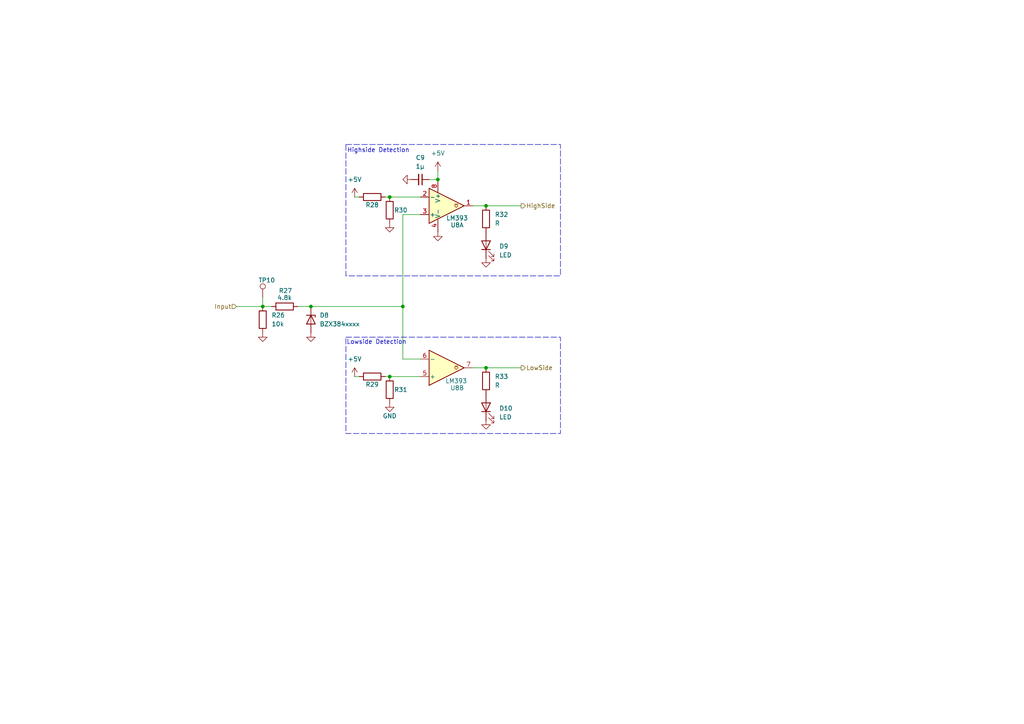
<source format=kicad_sch>
(kicad_sch (version 20250114) (generator "eeschema") (generator_version "9.0")
  (paper "A4")
  (lib_symbols
    (symbol "Comparator:LM393" (pin_names (offset 0.127))
      (property "Reference" "U" (at 3.81 3.81 0))
      (property "Value" "LM393" (at 6.35 -3.81 0))
      (symbol "LM393_1_1"
        (polyline (pts (xy -5.08 5.08) (xy 5.08 0) (xy -5.08 -5.08) (xy -5.08 5.08)) (stroke (width 0.254)) (fill (type background)))
        (polyline (pts (xy 3.302 -0.508) (xy 2.794 -0.508) (xy 3.302 0) (xy 2.794 0.508) (xy 2.286 0) (xy 2.794 -0.508) (xy 2.286 -0.508)) (stroke (width 0.127)))
        (pin input line (at -7.62 2.54 0) (length 2.54) (name "+") (number "3"))
        (pin input line (at -7.62 -2.54 0) (length 2.54) (name "-") (number "2"))
        (pin open_collector line (at 7.62 0 180) (length 2.54) (name "~") (number "1"))
      )
      (symbol "LM393_2_1"
        (polyline (pts (xy -5.08 5.08) (xy 5.08 0) (xy -5.08 -5.08) (xy -5.08 5.08)) (stroke (width 0.254)) (fill (type background)))
        (polyline (pts (xy 3.302 -0.508) (xy 2.794 -0.508) (xy 3.302 0) (xy 2.794 0.508) (xy 2.286 0) (xy 2.794 -0.508) (xy 2.286 -0.508)) (stroke (width 0.127)))
        (pin input line (at -7.62 2.54 0) (length 2.54) (name "+") (number "5"))
        (pin input line (at -7.62 -2.54 0) (length 2.54) (name "-") (number "6"))
        (pin open_collector line (at 7.62 0 180) (length 2.54) (name "~") (number "7"))
      )
      (symbol "LM393_3_1"
        (pin power_in line (at -2.54 7.62 270) (length 3.81) (name "V+") (number "8"))
        (pin power_in line (at -2.54 -7.62 90) (length 3.81) (name "V-") (number "4"))
      )
    )
    (symbol "Connector:TestPoint" (pin_numbers (hide yes)) (pin_names (offset 0.762) (hide yes))
      (property "Reference" "TP" (at 0 6.858 0))
      (property "Value" "TestPoint" (at 0 5.08 0))
      (symbol "TestPoint_0_1"
        (circle (center 0 3.302) (radius 0.762))
      )
      (symbol "TestPoint_1_1"
        (pin passive line (at 0 0 90) (length 2.54) (name "1") (number "1"))
      )
    )
    (symbol "Device:C_Small" (pin_numbers (hide yes)) (pin_names (offset 0.254) (hide yes))
      (property "Reference" "C" (at 0.254 1.778 0))
      (property "Value" "C_Small" (at 0.254 -2.032 0))
      (symbol "C_Small_0_1"
        (polyline (pts (xy -1.524 0.508) (xy 1.524 0.508)) (stroke (width 0.3048)))
        (polyline (pts (xy -1.524 -0.508) (xy 1.524 -0.508)) (stroke (width 0.3302)))
      )
      (symbol "C_Small_1_1"
        (pin passive line (at 0 2.54 270) (length 2.032) (name "~") (number "1"))
        (pin passive line (at 0 -2.54 90) (length 2.032) (name "~") (number "2"))
      )
    )
    (symbol "Device:LED" (pin_numbers (hide yes)) (pin_names (offset 1.016) (hide yes))
      (property "Reference" "D" (at 0 2.54 0))
      (property "Value" "LED" (at 0 -2.54 0))
      (symbol "LED_0_1"
        (polyline (pts (xy -3.048 -0.762) (xy -4.572 -2.286) (xy -3.81 -2.286) (xy -4.572 -2.286) (xy -4.572 -1.524)))
        (polyline (pts (xy -1.778 -0.762) (xy -3.302 -2.286) (xy -2.54 -2.286) (xy -3.302 -2.286) (xy -3.302 -1.524)))
        (polyline (pts (xy -1.27 0) (xy 1.27 0)))
        (polyline (pts (xy -1.27 -1.27) (xy -1.27 1.27)) (stroke (width 0.254)))
        (polyline (pts (xy 1.27 -1.27) (xy 1.27 1.27) (xy -1.27 0) (xy 1.27 -1.27)) (stroke (width 0.254)))
      )
      (symbol "LED_1_1"
        (pin passive line (at -3.81 0 0) (length 2.54) (name "K") (number "1"))
        (pin passive line (at 3.81 0 180) (length 2.54) (name "A") (number "2"))
      )
    )
    (symbol "Device:R" (pin_numbers (hide yes)) (pin_names (offset 0))
      (property "Reference" "R" (at 2.032 0 90))
      (property "Value" "R" (at 0 0 90))
      (symbol "R_0_1"
        (rectangle (start -1.016 -2.54) (end 1.016 2.54) (stroke (width 0.254)))
      )
      (symbol "R_1_1"
        (pin passive line (at 0 3.81 270) (length 1.27) (name "~") (number "1"))
        (pin passive line (at 0 -3.81 90) (length 1.27) (name "~") (number "2"))
      )
    )
    (symbol "Diode:BZX384xxxx" (pin_numbers (hide yes)) (pin_names (hide yes))
      (property "Reference" "D" (at 0 2.54 0))
      (property "Value" "BZX384xxxx" (at 0 -2.54 0))
      (symbol "BZX384xxxx_0_1"
        (polyline (pts (xy -1.27 -1.27) (xy -1.27 1.27) (xy -0.762 1.27)) (stroke (width 0.254)))
        (polyline (pts (xy 1.27 0) (xy -1.27 0)))
        (polyline (pts (xy 1.27 -1.27) (xy 1.27 1.27) (xy -1.27 0) (xy 1.27 -1.27)) (stroke (width 0.254)))
      )
      (symbol "BZX384xxxx_1_1"
        (pin passive line (at -3.81 0 0) (length 2.54) (name "K") (number "1"))
        (pin passive line (at 3.81 0 180) (length 2.54) (name "A") (number "2"))
      )
    )
    (symbol "power:+5V" (power) (pin_numbers (hide yes)) (pin_names (offset 0) (hide yes))
      (property "Value" "+5V" (at 0 3.556 0))
      (symbol "+5V_0_1"
        (polyline (pts (xy -0.762 1.27) (xy 0 2.54)))
        (polyline (pts (xy 0 2.54) (xy 0.762 1.27)))
        (polyline (pts (xy 0 0) (xy 0 2.54)))
      )
      (symbol "+5V_1_1"
        (pin power_in line (at 0 0 90) (length 0) (name "~") (number "1"))
      )
    )
    (symbol "power:GND" (power) (pin_numbers (hide yes)) (pin_names (offset 0) (hide yes))
      (property "Value" "GND" (at 0 -3.81 0))
      (symbol "GND_0_1"
        (polyline (pts (xy 0 0) (xy 0 -1.27) (xy 1.27 -1.27) (xy 0 -2.54) (xy -1.27 -1.27) (xy 0 -1.27)))
      )
      (symbol "GND_1_1"
        (pin power_in line (at 0 0 270) (length 0) (name "~") (number "1"))
      )
    )
  )
  (rectangle (start 100.33 41.91) (end 162.56 80.01) (stroke (width 0) (type dash)))
  (rectangle (start 100.33 97.79) (end 162.56 125.73) (stroke (width 0) (type dash)))
  (text "Highside Detection" (at 109.728 43.688 0) (effects (font (size 1.27 1.27))))
  (text "Lowside Detection" (at 109.22 99.314 0) (effects (font (size 1.27 1.27))))
  (junction (at 140.97 106.68))
  (junction (at 90.17 88.9))
  (junction (at 76.2 88.9))
  (junction (at 113.03 109.22))
  (junction (at 116.84 88.9))
  (junction (at 127 52.07))
  (junction (at 140.97 59.69))
  (junction (at 113.03 57.15))
  (wire (pts (xy 111.76 109.22) (xy 113.03 109.22)))
  (wire (pts (xy 124.46 52.07) (xy 127 52.07)))
  (wire (pts (xy 102.87 109.22) (xy 104.14 109.22)))
  (wire (pts (xy 113.03 109.22) (xy 121.92 109.22)))
  (wire (pts (xy 111.76 57.15) (xy 113.03 57.15)))
  (wire (pts (xy 137.16 59.69) (xy 140.97 59.69)))
  (wire (pts (xy 68.58 88.9) (xy 76.2 88.9)))
  (wire (pts (xy 137.16 106.68) (xy 140.97 106.68)))
  (wire (pts (xy 86.36 88.9) (xy 90.17 88.9)))
  (wire (pts (xy 116.84 62.23) (xy 116.84 88.9)))
  (wire (pts (xy 76.2 88.9) (xy 78.74 88.9)))
  (wire (pts (xy 113.03 57.15) (xy 121.92 57.15)))
  (wire (pts (xy 116.84 62.23) (xy 121.92 62.23)))
  (wire (pts (xy 90.17 88.9) (xy 116.84 88.9)))
  (wire (pts (xy 151.13 59.69) (xy 140.97 59.69)))
  (wire (pts (xy 116.84 88.9) (xy 116.84 104.14)))
  (wire (pts (xy 102.87 57.15) (xy 104.14 57.15)))
  (wire (pts (xy 116.84 104.14) (xy 121.92 104.14)))
  (wire (pts (xy 140.97 106.68) (xy 151.13 106.68)))
  (wire (pts (xy 76.2 86.36) (xy 76.2 88.9)))
  (wire (pts (xy 127 49.53) (xy 127 52.07)))
  (hierarchical_label "HighSide" (shape output) (at 151.13 59.69 0))
  (hierarchical_label "LowSide" (shape output) (at 151.13 106.68 0))
  (hierarchical_label "Input" (shape input) (at 68.58 88.9 180))
  (symbol (lib_id "power:GND") (at 113.03 116.84 0) (unit 1)
    (property "Reference" "#PWR045" (effects (hide yes)))
    (property "Value" "GND" (at 113.03 120.65 0))
    (property "Description" "Power symbol creates a global label with name \"GND\" , ground" (effects (hide yes)))
    (instances (project "BSPD" (path "" (reference "#PWR056") (unit 1)) (path "" (reference "#PWR045") (unit 1))))
  )
  (symbol (lib_id "Device:R") (at 107.95 109.22 90) (unit 1)
    (property "Reference" "R21" (at 107.95 111.506 90))
    (property "Value" "39K" (effects (hide yes)))
    (property "Footprint" "Resistor_SMD:R_0603_1608Metric" (effects (hide yes)))
    (property "Description" "Resistor" (effects (hide yes)))
    (instances (project "BSPD" (path "" (reference "R29") (unit 1)) (path "" (reference "R21") (unit 1))))
  )
  (symbol (lib_id "Device:R") (at 140.97 110.49 0) (unit 1)
    (property "Reference" "R25" (at 143.51 109.2199 0) (effects (justify left)))
    (property "Value" "R" (at 143.51 111.7599 0) (effects (justify left)))
    (property "Footprint" "Resistor_SMD:R_0603_1608Metric" (effects (hide yes)))
    (property "Description" "Resistor" (effects (hide yes)))
    (instances (project "BSPD" (path "" (reference "R33") (unit 1)) (path "" (reference "R25") (unit 1))))
  )
  (symbol (lib_id "Device:R") (at 140.97 63.5 0) (unit 1)
    (property "Reference" "R24" (at 143.51 62.2299 0) (effects (justify left)))
    (property "Value" "R" (at 143.51 64.7699 0) (effects (justify left)))
    (property "Footprint" "Resistor_SMD:R_0603_1608Metric" (effects (hide yes)))
    (property "Description" "Resistor" (effects (hide yes)))
    (instances (project "BSPD" (path "" (reference "R32") (unit 1)) (path "" (reference "R24") (unit 1))))
  )
  (symbol (lib_id "Comparator:LM393") (at 129.54 59.69 0) (unit 3)
    (property "Reference" "U7" (effects (hide yes)))
    (property "Value" "LM393" (effects (hide yes)))
    (property "Footprint" "Package_SO:SOIC-8_3.9x4.9mm_P1.27mm" (effects (hide yes)))
    (property "Datasheet" "http://www.ti.com/lit/ds/symlink/lm393.pdf" (effects (hide yes)))
    (property "Description" "Low-Power, Low-Offset Voltage, Dual Comparators, DIP-8/SOIC-8/TO-99-8" (effects (hide yes)))
    (instances (project "BSPD" (path "" (reference "U8") (unit 3)) (path "" (reference "U7") (unit 3))))
  )
  (symbol (lib_id "power:GND") (at 127 67.31 0) (unit 1)
    (property "Reference" "#PWR048" (effects (hide yes)))
    (property "Value" "GND" (effects (hide yes)))
    (property "Description" "Power symbol creates a global label with name \"GND\" , ground" (effects (hide yes)))
    (instances (project "BSPD" (path "" (reference "#PWR059") (unit 1)) (path "" (reference "#PWR048") (unit 1))))
  )
  (symbol (lib_id "power:GND") (at 76.2 96.52 0) (unit 1)
    (property "Reference" "#PWR040" (effects (hide yes)))
    (property "Value" "GND" (effects (hide yes)))
    (property "Description" "Power symbol creates a global label with name \"GND\" , ground" (effects (hide yes)))
    (instances (project "BSPD" (path "" (reference "#PWR051") (unit 1)) (path "" (reference "#PWR040") (unit 1))))
  )
  (symbol (lib_id "power:GND") (at 140.97 74.93 0) (unit 1)
    (property "Reference" "#PWR049" (effects (hide yes)))
    (property "Value" "GND" (effects (hide yes)))
    (property "Description" "Power symbol creates a global label with name \"GND\" , ground" (effects (hide yes)))
    (instances (project "BSPD" (path "" (reference "#PWR060") (unit 1)) (path "" (reference "#PWR049") (unit 1))))
  )
  (symbol (lib_id "Device:C_Small") (at 121.92 52.07 270) (unit 1)
    (property "Reference" "C8" (at 121.9136 45.72 90))
    (property "Value" "1µ" (at 121.9136 48.26 90))
    (property "Footprint" "Capacitor_SMD:C_0603_1608Metric" (effects (hide yes)))
    (property "Description" "Unpolarized capacitor, small symbol" (effects (hide yes)))
    (instances (project "BSPD" (path "" (reference "C9") (unit 1)) (path "" (reference "C8") (unit 1))))
  )
  (symbol (lib_id "Device:LED") (at 140.97 118.11 90) (unit 1)
    (property "Reference" "D7" (at 144.78 118.4274 90) (effects (justify right)))
    (property "Value" "LED" (at 144.78 120.9674 90) (effects (justify right)))
    (property "Footprint" "LED_SMD:LED_0603_1608Metric" (effects (hide yes)))
    (property "Description" "Light emitting diode" (effects (hide yes)))
    (instances (project "BSPD" (path "" (reference "D10") (unit 1)) (path "" (reference "D7") (unit 1))))
  )
  (symbol (lib_id "Comparator:LM393") (at 129.54 106.68 0) (mirror x) (unit 2)
    (property "Reference" "U7" (at 132.588 112.522 0))
    (property "Value" "LM393" (at 132.334 110.49 0))
    (property "Footprint" "Package_SO:SOIC-8_3.9x4.9mm_P1.27mm" (effects (hide yes)))
    (property "Datasheet" "http://www.ti.com/lit/ds/symlink/lm393.pdf" (effects (hide yes)))
    (property "Description" "Low-Power, Low-Offset Voltage, Dual Comparators, DIP-8/SOIC-8/TO-99-8" (effects (hide yes)))
    (instances (project "BSPD" (path "" (reference "U8") (unit 2)) (path "" (reference "U7") (unit 2))))
  )
  (symbol (lib_id "power:+5V") (at 127 49.53 0) (unit 1)
    (property "Reference" "#PWR047" (effects (hide yes)))
    (property "Value" "+5V" (at 127 44.45 0))
    (property "Description" "Power symbol creates a global label with name \"+5V\"" (effects (hide yes)))
    (instances (project "BSPD" (path "" (reference "#PWR058") (unit 1)) (path "" (reference "#PWR047") (unit 1))))
  )
  (symbol (lib_id "power:GND") (at 119.38 52.07 270) (unit 1)
    (property "Reference" "#PWR046" (effects (hide yes)))
    (property "Value" "GND" (effects (hide yes)))
    (property "Description" "Power symbol creates a global label with name \"GND\" , ground" (effects (hide yes)))
    (instances (project "BSPD" (path "" (reference "#PWR057") (unit 1)) (path "" (reference "#PWR046") (unit 1))))
  )
  (symbol (lib_id "Device:R") (at 76.2 92.71 180) (unit 1)
    (property "Reference" "R18" (at 78.74 91.4399 0) (effects (justify right)))
    (property "Value" "10k" (at 78.74 93.9799 0) (effects (justify right)))
    (property "Footprint" "Resistor_SMD:R_0603_1608Metric" (effects (hide yes)))
    (property "Description" "Resistor" (effects (hide yes)))
    (instances (project "BSPD" (path "" (reference "R26") (unit 1)) (path "" (reference "R18") (unit 1))))
  )
  (symbol (lib_id "power:GND") (at 90.17 96.52 0) (unit 1)
    (property "Reference" "#PWR041" (effects (hide yes)))
    (property "Value" "GND" (effects (hide yes)))
    (property "Description" "Power symbol creates a global label with name \"GND\" , ground" (effects (hide yes)))
    (instances (project "BSPD" (path "" (reference "#PWR052") (unit 1)) (path "" (reference "#PWR041") (unit 1))))
  )
  (symbol (lib_id "Device:R") (at 82.55 88.9 90) (unit 1)
    (property "Reference" "R19" (at 82.804 84.328 90))
    (property "Value" "4.8k" (at 82.55 86.36 90))
    (property "Footprint" "Resistor_SMD:R_0603_1608Metric" (effects (hide yes)))
    (property "Description" "Resistor" (effects (hide yes)))
    (instances (project "BSPD" (path "" (reference "R27") (unit 1)) (path "" (reference "R19") (unit 1))))
  )
  (symbol (lib_id "Comparator:LM393") (at 129.54 59.69 0) (mirror x) (unit 1)
    (property "Reference" "U7" (at 132.588 65.278 0))
    (property "Value" "LM393" (at 132.588 63.246 0))
    (property "Footprint" "Package_SO:SOIC-8_3.9x4.9mm_P1.27mm" (effects (hide yes)))
    (property "Datasheet" "http://www.ti.com/lit/ds/symlink/lm393.pdf" (effects (hide yes)))
    (property "Description" "Low-Power, Low-Offset Voltage, Dual Comparators, DIP-8/SOIC-8/TO-99-8" (effects (hide yes)))
    (instances (project "BSPD" (path "" (reference "U8") (unit 1)) (path "" (reference "U7") (unit 1))))
  )
  (symbol (lib_id "power:GND") (at 113.03 64.77 0) (unit 1)
    (property "Reference" "#PWR044" (effects (hide yes)))
    (property "Value" "GND" (effects (hide yes)))
    (property "Description" "Power symbol creates a global label with name \"GND\" , ground" (effects (hide yes)))
    (instances (project "BSPD" (path "" (reference "#PWR055") (unit 1)) (path "" (reference "#PWR044") (unit 1))))
  )
  (symbol (lib_id "Connector:TestPoint") (at 76.2 86.36 0) (unit 1)
    (property "Reference" "TP9" (at 74.93 81.28 0) (effects (justify left)))
    (property "Value" "TestPoint" (effects (hide yes)))
    (property "Footprint" "TestPoint:TestPoint_Keystone_5000-5004_Miniature" (effects (hide yes)))
    (property "Description" "test point" (effects (hide yes)))
    (instances (project "BSPD" (path "" (reference "TP10") (unit 1)) (path "" (reference "TP9") (unit 1))))
  )
  (symbol (lib_id "Device:R") (at 113.03 113.03 0) (unit 1)
    (property "Reference" "R23" (at 114.3 113.03 0) (effects (justify left)))
    (property "Value" "62k" (effects (hide yes)))
    (property "Footprint" "Resistor_SMD:R_0603_1608Metric" (effects (hide yes)))
    (property "Description" "Resistor" (effects (hide yes)))
    (instances (project "BSPD" (path "" (reference "R31") (unit 1)) (path "" (reference "R23") (unit 1))))
  )
  (symbol (lib_id "Device:R") (at 107.95 57.15 90) (unit 1)
    (property "Reference" "R20" (at 107.95 59.436 90))
    (property "Value" "39K" (effects (hide yes)))
    (property "Footprint" "Resistor_SMD:R_0603_1608Metric" (effects (hide yes)))
    (property "Description" "Resistor" (effects (hide yes)))
    (instances (project "BSPD" (path "" (reference "R28") (unit 1)) (path "" (reference "R20") (unit 1))))
  )
  (symbol (lib_id "power:+5V") (at 102.87 109.22 0) (unit 1)
    (property "Reference" "#PWR043" (effects (hide yes)))
    (property "Value" "+5V" (at 102.87 104.14 0))
    (property "Description" "Power symbol creates a global label with name \"+5V\"" (effects (hide yes)))
    (instances (project "BSPD" (path "" (reference "#PWR054") (unit 1)) (path "" (reference "#PWR043") (unit 1))))
  )
  (symbol (lib_id "power:+5V") (at 102.87 57.15 0) (unit 1)
    (property "Reference" "#PWR042" (effects (hide yes)))
    (property "Value" "+5V" (at 102.87 52.07 0))
    (property "Description" "Power symbol creates a global label with name \"+5V\"" (effects (hide yes)))
    (instances (project "BSPD" (path "" (reference "#PWR053") (unit 1)) (path "" (reference "#PWR042") (unit 1))))
  )
  (symbol (lib_id "Diode:BZX384xxxx") (at 90.17 92.71 270) (unit 1)
    (property "Reference" "D5" (at 92.71 91.4399 90) (effects (justify left)))
    (property "Value" "BZX384xxxx" (at 92.71 93.9799 90) (effects (justify left)))
    (property "Footprint" "Diode_SMD:D_SOD-323" (effects (hide yes)))
    (property "Datasheet" "https://www.vishay.com/docs/85764/bzx384.pdf" (effects (hide yes)))
    (property "Description" "300mW Zener Diode, SOD-323" (effects (hide yes)))
    (instances (project "" (path "" (reference "D8") (unit 1)) (path "" (reference "D5") (unit 1))))
  )
  (symbol (lib_id "Device:LED") (at 140.97 71.12 90) (unit 1)
    (property "Reference" "D6" (at 144.78 71.4374 90) (effects (justify right)))
    (property "Value" "LED" (at 144.78 73.9774 90) (effects (justify right)))
    (property "Footprint" "LED_SMD:LED_0603_1608Metric" (effects (hide yes)))
    (property "Description" "Light emitting diode" (effects (hide yes)))
    (instances (project "BSPD" (path "" (reference "D9") (unit 1)) (path "" (reference "D6") (unit 1))))
  )
  (symbol (lib_id "power:GND") (at 140.97 121.92 0) (unit 1)
    (property "Reference" "#PWR050" (effects (hide yes)))
    (property "Value" "GND" (effects (hide yes)))
    (property "Description" "Power symbol creates a global label with name \"GND\" , ground" (effects (hide yes)))
    (instances (project "BSPD" (path "" (reference "#PWR061") (unit 1)) (path "" (reference "#PWR050") (unit 1))))
  )
  (symbol (lib_id "Device:R") (at 113.03 60.96 0) (unit 1)
    (property "Reference" "R22" (at 114.3 60.96 0) (effects (justify left)))
    (property "Value" "62k" (effects (hide yes)))
    (property "Footprint" "Resistor_SMD:R_0603_1608Metric" (effects (hide yes)))
    (property "Description" "Resistor" (effects (hide yes)))
    (instances (project "BSPD" (path "" (reference "R30") (unit 1)) (path "" (reference "R22") (unit 1))))
  )
)
</source>
